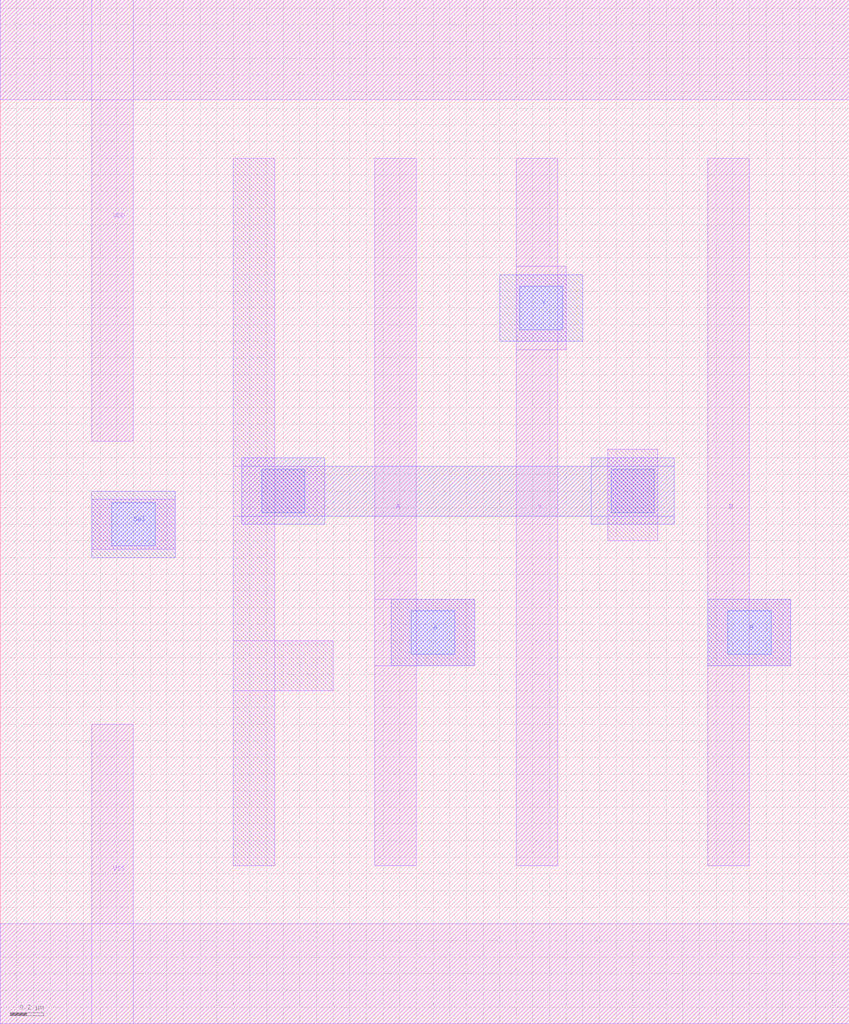
<source format=lef>
# Copyright 2022 Google LLC
# Licensed under the Apache License, Version 2.0 (the "License");
# you may not use this file except in compliance with the License.
# You may obtain a copy of the License at
#
#      http://www.apache.org/licenses/LICENSE-2.0
#
# Unless required by applicable law or agreed to in writing, software
# distributed under the License is distributed on an "AS IS" BASIS,
# WITHOUT WARRANTIES OR CONDITIONS OF ANY KIND, either express or implied.
# See the License for the specific language governing permissions and
# limitations under the License.
VERSION 5.7 ;
BUSBITCHARS "[]" ;
DIVIDERCHAR "/" ;

MACRO gf180mcu_osu_sc_gp9t3v3__mux2_1
  CLASS CORE ;
  ORIGIN 0 0 ;
  FOREIGN gf180mcu_osu_sc_gp9t3v3__mux2_1 0 0 ;
  SIZE 5.1 BY 6.15 ;
  SYMMETRY X Y ;
  SITE GF180_3p3_12t ;
  PIN VDD
    DIRECTION INOUT ;
    USE POWER ;
    SHAPE ABUTMENT ;
    PORT
      LAYER MET1 ;
        RECT 0 5.55 5.1 6.15 ;
        RECT 0.55 3.5 0.8 6.15 ;
    END
  END VDD
  PIN VSS
    DIRECTION INOUT ;
    USE GROUND ;
    PORT
      LAYER MET1 ;
        RECT 0 0 5.1 0.6 ;
        RECT 0.55 0 0.8 1.8 ;
    END
  END VSS
  PIN A
    DIRECTION INPUT ;
    USE SIGNAL ;
    PORT
      LAYER MET1 ;
        RECT 2.25 2.15 2.85 2.55 ;
        RECT 2.25 0.95 2.5 5.2 ;
      LAYER MET2 ;
        RECT 2.35 2.15 2.85 2.55 ;
      LAYER VIA12 ;
        RECT 2.47 2.22 2.73 2.48 ;
    END
  END A
  PIN B
    DIRECTION INPUT ;
    USE SIGNAL ;
    PORT
      LAYER MET1 ;
        RECT 4.25 2.15 4.75 2.55 ;
        RECT 4.25 0.95 4.5 5.2 ;
      LAYER MET2 ;
        RECT 4.25 2.15 4.75 2.55 ;
      LAYER VIA12 ;
        RECT 4.37 2.22 4.63 2.48 ;
    END
  END B
  PIN Sel
    DIRECTION OUTPUT ;
    USE SIGNAL ;
    PORT
      LAYER MET1 ;
        RECT 0.55 2.85 1.05 3.15 ;
      LAYER MET2 ;
        RECT 0.55 2.8 1.05 3.2 ;
      LAYER VIA12 ;
        RECT 0.67 2.87 0.93 3.13 ;
    END
  END Sel
  PIN Y
    DIRECTION OUTPUT ;
    USE SIGNAL ;
    PORT
      LAYER MET1 ;
        RECT 3.1 4.05 3.4 4.55 ;
        RECT 3.1 0.95 3.35 5.2 ;
      LAYER MET2 ;
        RECT 3 4.1 3.5 4.5 ;
      LAYER VIA12 ;
        RECT 3.12 4.17 3.38 4.43 ;
    END
  END Y
  OBS
    LAYER MET2 ;
      RECT 3.55 3 4.05 3.4 ;
      RECT 1.45 3 1.95 3.4 ;
      RECT 1.45 3.05 4.05 3.35 ;
    LAYER VIA12 ;
      RECT 3.67 3.07 3.93 3.33 ;
      RECT 1.57 3.07 1.83 3.33 ;
    LAYER MET1 ;
      RECT 1.4 0.95 1.65 5.2 ;
      RECT 1.4 3.05 1.95 3.35 ;
      RECT 1.4 2 2 2.3 ;
      RECT 3.65 2.9 3.95 3.45 ;
  END
END gf180mcu_osu_sc_gp9t3v3__mux2_1

</source>
